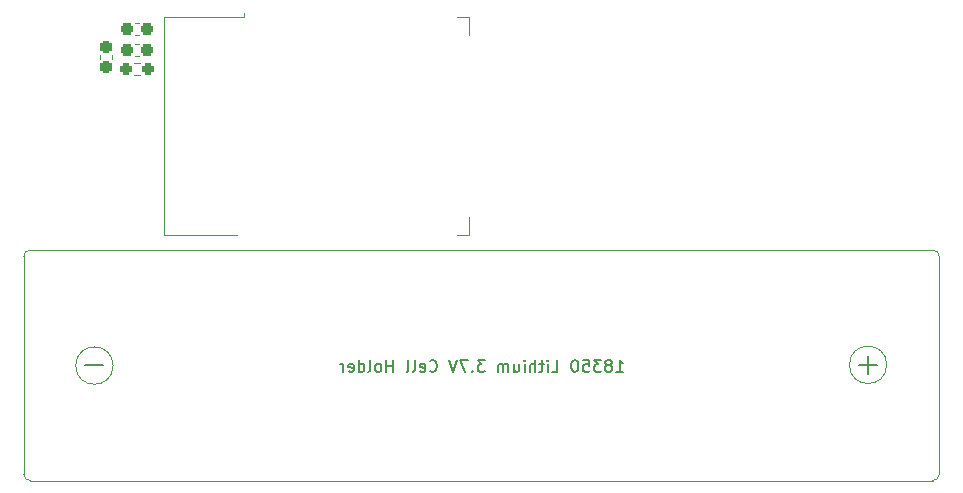
<source format=gbr>
%TF.GenerationSoftware,KiCad,Pcbnew,7.0.6-0*%
%TF.CreationDate,2024-04-21T20:48:41+02:00*%
%TF.ProjectId,3mode_controller,336d6f64-655f-4636-9f6e-74726f6c6c65,rev?*%
%TF.SameCoordinates,Original*%
%TF.FileFunction,Legend,Bot*%
%TF.FilePolarity,Positive*%
%FSLAX46Y46*%
G04 Gerber Fmt 4.6, Leading zero omitted, Abs format (unit mm)*
G04 Created by KiCad (PCBNEW 7.0.6-0) date 2024-04-21 20:48:41*
%MOMM*%
%LPD*%
G01*
G04 APERTURE LIST*
G04 Aperture macros list*
%AMRoundRect*
0 Rectangle with rounded corners*
0 $1 Rounding radius*
0 $2 $3 $4 $5 $6 $7 $8 $9 X,Y pos of 4 corners*
0 Add a 4 corners polygon primitive as box body*
4,1,4,$2,$3,$4,$5,$6,$7,$8,$9,$2,$3,0*
0 Add four circle primitives for the rounded corners*
1,1,$1+$1,$2,$3*
1,1,$1+$1,$4,$5*
1,1,$1+$1,$6,$7*
1,1,$1+$1,$8,$9*
0 Add four rect primitives between the rounded corners*
20,1,$1+$1,$2,$3,$4,$5,0*
20,1,$1+$1,$4,$5,$6,$7,0*
20,1,$1+$1,$6,$7,$8,$9,0*
20,1,$1+$1,$8,$9,$2,$3,0*%
G04 Aperture macros list end*
%ADD10C,0.150000*%
%ADD11C,0.120000*%
%ADD12C,5.500000*%
%ADD13O,2.200000X3.500000*%
%ADD14R,1.500000X2.500000*%
%ADD15O,1.500000X2.500000*%
%ADD16C,2.000000*%
%ADD17C,2.200000*%
%ADD18C,0.650000*%
%ADD19O,1.000000X2.100000*%
%ADD20O,1.000000X1.800000*%
%ADD21R,1.700000X1.700000*%
%ADD22O,1.700000X1.700000*%
%ADD23C,1.700000*%
%ADD24RoundRect,0.237500X0.300000X0.237500X-0.300000X0.237500X-0.300000X-0.237500X0.300000X-0.237500X0*%
%ADD25R,0.900000X1.500000*%
%ADD26R,1.500000X0.900000*%
%ADD27C,0.600000*%
%ADD28R,3.900000X3.900000*%
%ADD29R,1.500000X3.000000*%
%ADD30RoundRect,0.237500X0.250000X0.237500X-0.250000X0.237500X-0.250000X-0.237500X0.250000X-0.237500X0*%
%ADD31RoundRect,0.237500X0.237500X-0.300000X0.237500X0.300000X-0.237500X0.300000X-0.237500X-0.300000X0*%
G04 APERTURE END LIST*
D10*
X121743042Y-120503757D02*
X120219233Y-120503757D01*
X187243042Y-120472619D02*
X185719233Y-120472619D01*
X186481137Y-121234524D02*
X186481137Y-119710714D01*
X165180953Y-121053043D02*
X165752381Y-121053043D01*
X165466667Y-121053043D02*
X165466667Y-120053043D01*
X165466667Y-120053043D02*
X165561905Y-120195900D01*
X165561905Y-120195900D02*
X165657143Y-120291138D01*
X165657143Y-120291138D02*
X165752381Y-120338757D01*
X164609524Y-120481614D02*
X164704762Y-120433995D01*
X164704762Y-120433995D02*
X164752381Y-120386376D01*
X164752381Y-120386376D02*
X164800000Y-120291138D01*
X164800000Y-120291138D02*
X164800000Y-120243519D01*
X164800000Y-120243519D02*
X164752381Y-120148281D01*
X164752381Y-120148281D02*
X164704762Y-120100662D01*
X164704762Y-120100662D02*
X164609524Y-120053043D01*
X164609524Y-120053043D02*
X164419048Y-120053043D01*
X164419048Y-120053043D02*
X164323810Y-120100662D01*
X164323810Y-120100662D02*
X164276191Y-120148281D01*
X164276191Y-120148281D02*
X164228572Y-120243519D01*
X164228572Y-120243519D02*
X164228572Y-120291138D01*
X164228572Y-120291138D02*
X164276191Y-120386376D01*
X164276191Y-120386376D02*
X164323810Y-120433995D01*
X164323810Y-120433995D02*
X164419048Y-120481614D01*
X164419048Y-120481614D02*
X164609524Y-120481614D01*
X164609524Y-120481614D02*
X164704762Y-120529233D01*
X164704762Y-120529233D02*
X164752381Y-120576852D01*
X164752381Y-120576852D02*
X164800000Y-120672090D01*
X164800000Y-120672090D02*
X164800000Y-120862566D01*
X164800000Y-120862566D02*
X164752381Y-120957804D01*
X164752381Y-120957804D02*
X164704762Y-121005424D01*
X164704762Y-121005424D02*
X164609524Y-121053043D01*
X164609524Y-121053043D02*
X164419048Y-121053043D01*
X164419048Y-121053043D02*
X164323810Y-121005424D01*
X164323810Y-121005424D02*
X164276191Y-120957804D01*
X164276191Y-120957804D02*
X164228572Y-120862566D01*
X164228572Y-120862566D02*
X164228572Y-120672090D01*
X164228572Y-120672090D02*
X164276191Y-120576852D01*
X164276191Y-120576852D02*
X164323810Y-120529233D01*
X164323810Y-120529233D02*
X164419048Y-120481614D01*
X163895238Y-120053043D02*
X163276191Y-120053043D01*
X163276191Y-120053043D02*
X163609524Y-120433995D01*
X163609524Y-120433995D02*
X163466667Y-120433995D01*
X163466667Y-120433995D02*
X163371429Y-120481614D01*
X163371429Y-120481614D02*
X163323810Y-120529233D01*
X163323810Y-120529233D02*
X163276191Y-120624471D01*
X163276191Y-120624471D02*
X163276191Y-120862566D01*
X163276191Y-120862566D02*
X163323810Y-120957804D01*
X163323810Y-120957804D02*
X163371429Y-121005424D01*
X163371429Y-121005424D02*
X163466667Y-121053043D01*
X163466667Y-121053043D02*
X163752381Y-121053043D01*
X163752381Y-121053043D02*
X163847619Y-121005424D01*
X163847619Y-121005424D02*
X163895238Y-120957804D01*
X162371429Y-120053043D02*
X162847619Y-120053043D01*
X162847619Y-120053043D02*
X162895238Y-120529233D01*
X162895238Y-120529233D02*
X162847619Y-120481614D01*
X162847619Y-120481614D02*
X162752381Y-120433995D01*
X162752381Y-120433995D02*
X162514286Y-120433995D01*
X162514286Y-120433995D02*
X162419048Y-120481614D01*
X162419048Y-120481614D02*
X162371429Y-120529233D01*
X162371429Y-120529233D02*
X162323810Y-120624471D01*
X162323810Y-120624471D02*
X162323810Y-120862566D01*
X162323810Y-120862566D02*
X162371429Y-120957804D01*
X162371429Y-120957804D02*
X162419048Y-121005424D01*
X162419048Y-121005424D02*
X162514286Y-121053043D01*
X162514286Y-121053043D02*
X162752381Y-121053043D01*
X162752381Y-121053043D02*
X162847619Y-121005424D01*
X162847619Y-121005424D02*
X162895238Y-120957804D01*
X161704762Y-120053043D02*
X161609524Y-120053043D01*
X161609524Y-120053043D02*
X161514286Y-120100662D01*
X161514286Y-120100662D02*
X161466667Y-120148281D01*
X161466667Y-120148281D02*
X161419048Y-120243519D01*
X161419048Y-120243519D02*
X161371429Y-120433995D01*
X161371429Y-120433995D02*
X161371429Y-120672090D01*
X161371429Y-120672090D02*
X161419048Y-120862566D01*
X161419048Y-120862566D02*
X161466667Y-120957804D01*
X161466667Y-120957804D02*
X161514286Y-121005424D01*
X161514286Y-121005424D02*
X161609524Y-121053043D01*
X161609524Y-121053043D02*
X161704762Y-121053043D01*
X161704762Y-121053043D02*
X161800000Y-121005424D01*
X161800000Y-121005424D02*
X161847619Y-120957804D01*
X161847619Y-120957804D02*
X161895238Y-120862566D01*
X161895238Y-120862566D02*
X161942857Y-120672090D01*
X161942857Y-120672090D02*
X161942857Y-120433995D01*
X161942857Y-120433995D02*
X161895238Y-120243519D01*
X161895238Y-120243519D02*
X161847619Y-120148281D01*
X161847619Y-120148281D02*
X161800000Y-120100662D01*
X161800000Y-120100662D02*
X161704762Y-120053043D01*
X159704762Y-121053043D02*
X160180952Y-121053043D01*
X160180952Y-121053043D02*
X160180952Y-120053043D01*
X159371428Y-121053043D02*
X159371428Y-120386376D01*
X159371428Y-120053043D02*
X159419047Y-120100662D01*
X159419047Y-120100662D02*
X159371428Y-120148281D01*
X159371428Y-120148281D02*
X159323809Y-120100662D01*
X159323809Y-120100662D02*
X159371428Y-120053043D01*
X159371428Y-120053043D02*
X159371428Y-120148281D01*
X159038095Y-120386376D02*
X158657143Y-120386376D01*
X158895238Y-120053043D02*
X158895238Y-120910185D01*
X158895238Y-120910185D02*
X158847619Y-121005424D01*
X158847619Y-121005424D02*
X158752381Y-121053043D01*
X158752381Y-121053043D02*
X158657143Y-121053043D01*
X158323809Y-121053043D02*
X158323809Y-120053043D01*
X157895238Y-121053043D02*
X157895238Y-120529233D01*
X157895238Y-120529233D02*
X157942857Y-120433995D01*
X157942857Y-120433995D02*
X158038095Y-120386376D01*
X158038095Y-120386376D02*
X158180952Y-120386376D01*
X158180952Y-120386376D02*
X158276190Y-120433995D01*
X158276190Y-120433995D02*
X158323809Y-120481614D01*
X157419047Y-121053043D02*
X157419047Y-120386376D01*
X157419047Y-120053043D02*
X157466666Y-120100662D01*
X157466666Y-120100662D02*
X157419047Y-120148281D01*
X157419047Y-120148281D02*
X157371428Y-120100662D01*
X157371428Y-120100662D02*
X157419047Y-120053043D01*
X157419047Y-120053043D02*
X157419047Y-120148281D01*
X156514286Y-120386376D02*
X156514286Y-121053043D01*
X156942857Y-120386376D02*
X156942857Y-120910185D01*
X156942857Y-120910185D02*
X156895238Y-121005424D01*
X156895238Y-121005424D02*
X156800000Y-121053043D01*
X156800000Y-121053043D02*
X156657143Y-121053043D01*
X156657143Y-121053043D02*
X156561905Y-121005424D01*
X156561905Y-121005424D02*
X156514286Y-120957804D01*
X156038095Y-121053043D02*
X156038095Y-120386376D01*
X156038095Y-120481614D02*
X155990476Y-120433995D01*
X155990476Y-120433995D02*
X155895238Y-120386376D01*
X155895238Y-120386376D02*
X155752381Y-120386376D01*
X155752381Y-120386376D02*
X155657143Y-120433995D01*
X155657143Y-120433995D02*
X155609524Y-120529233D01*
X155609524Y-120529233D02*
X155609524Y-121053043D01*
X155609524Y-120529233D02*
X155561905Y-120433995D01*
X155561905Y-120433995D02*
X155466667Y-120386376D01*
X155466667Y-120386376D02*
X155323810Y-120386376D01*
X155323810Y-120386376D02*
X155228571Y-120433995D01*
X155228571Y-120433995D02*
X155180952Y-120529233D01*
X155180952Y-120529233D02*
X155180952Y-121053043D01*
X154038095Y-120053043D02*
X153419048Y-120053043D01*
X153419048Y-120053043D02*
X153752381Y-120433995D01*
X153752381Y-120433995D02*
X153609524Y-120433995D01*
X153609524Y-120433995D02*
X153514286Y-120481614D01*
X153514286Y-120481614D02*
X153466667Y-120529233D01*
X153466667Y-120529233D02*
X153419048Y-120624471D01*
X153419048Y-120624471D02*
X153419048Y-120862566D01*
X153419048Y-120862566D02*
X153466667Y-120957804D01*
X153466667Y-120957804D02*
X153514286Y-121005424D01*
X153514286Y-121005424D02*
X153609524Y-121053043D01*
X153609524Y-121053043D02*
X153895238Y-121053043D01*
X153895238Y-121053043D02*
X153990476Y-121005424D01*
X153990476Y-121005424D02*
X154038095Y-120957804D01*
X152990476Y-120957804D02*
X152942857Y-121005424D01*
X152942857Y-121005424D02*
X152990476Y-121053043D01*
X152990476Y-121053043D02*
X153038095Y-121005424D01*
X153038095Y-121005424D02*
X152990476Y-120957804D01*
X152990476Y-120957804D02*
X152990476Y-121053043D01*
X152609524Y-120053043D02*
X151942858Y-120053043D01*
X151942858Y-120053043D02*
X152371429Y-121053043D01*
X151704762Y-120053043D02*
X151371429Y-121053043D01*
X151371429Y-121053043D02*
X151038096Y-120053043D01*
X149371429Y-120957804D02*
X149419048Y-121005424D01*
X149419048Y-121005424D02*
X149561905Y-121053043D01*
X149561905Y-121053043D02*
X149657143Y-121053043D01*
X149657143Y-121053043D02*
X149800000Y-121005424D01*
X149800000Y-121005424D02*
X149895238Y-120910185D01*
X149895238Y-120910185D02*
X149942857Y-120814947D01*
X149942857Y-120814947D02*
X149990476Y-120624471D01*
X149990476Y-120624471D02*
X149990476Y-120481614D01*
X149990476Y-120481614D02*
X149942857Y-120291138D01*
X149942857Y-120291138D02*
X149895238Y-120195900D01*
X149895238Y-120195900D02*
X149800000Y-120100662D01*
X149800000Y-120100662D02*
X149657143Y-120053043D01*
X149657143Y-120053043D02*
X149561905Y-120053043D01*
X149561905Y-120053043D02*
X149419048Y-120100662D01*
X149419048Y-120100662D02*
X149371429Y-120148281D01*
X148561905Y-121005424D02*
X148657143Y-121053043D01*
X148657143Y-121053043D02*
X148847619Y-121053043D01*
X148847619Y-121053043D02*
X148942857Y-121005424D01*
X148942857Y-121005424D02*
X148990476Y-120910185D01*
X148990476Y-120910185D02*
X148990476Y-120529233D01*
X148990476Y-120529233D02*
X148942857Y-120433995D01*
X148942857Y-120433995D02*
X148847619Y-120386376D01*
X148847619Y-120386376D02*
X148657143Y-120386376D01*
X148657143Y-120386376D02*
X148561905Y-120433995D01*
X148561905Y-120433995D02*
X148514286Y-120529233D01*
X148514286Y-120529233D02*
X148514286Y-120624471D01*
X148514286Y-120624471D02*
X148990476Y-120719709D01*
X147942857Y-121053043D02*
X148038095Y-121005424D01*
X148038095Y-121005424D02*
X148085714Y-120910185D01*
X148085714Y-120910185D02*
X148085714Y-120053043D01*
X147419047Y-121053043D02*
X147514285Y-121005424D01*
X147514285Y-121005424D02*
X147561904Y-120910185D01*
X147561904Y-120910185D02*
X147561904Y-120053043D01*
X146276189Y-121053043D02*
X146276189Y-120053043D01*
X146276189Y-120529233D02*
X145704761Y-120529233D01*
X145704761Y-121053043D02*
X145704761Y-120053043D01*
X145085713Y-121053043D02*
X145180951Y-121005424D01*
X145180951Y-121005424D02*
X145228570Y-120957804D01*
X145228570Y-120957804D02*
X145276189Y-120862566D01*
X145276189Y-120862566D02*
X145276189Y-120576852D01*
X145276189Y-120576852D02*
X145228570Y-120481614D01*
X145228570Y-120481614D02*
X145180951Y-120433995D01*
X145180951Y-120433995D02*
X145085713Y-120386376D01*
X145085713Y-120386376D02*
X144942856Y-120386376D01*
X144942856Y-120386376D02*
X144847618Y-120433995D01*
X144847618Y-120433995D02*
X144799999Y-120481614D01*
X144799999Y-120481614D02*
X144752380Y-120576852D01*
X144752380Y-120576852D02*
X144752380Y-120862566D01*
X144752380Y-120862566D02*
X144799999Y-120957804D01*
X144799999Y-120957804D02*
X144847618Y-121005424D01*
X144847618Y-121005424D02*
X144942856Y-121053043D01*
X144942856Y-121053043D02*
X145085713Y-121053043D01*
X144180951Y-121053043D02*
X144276189Y-121005424D01*
X144276189Y-121005424D02*
X144323808Y-120910185D01*
X144323808Y-120910185D02*
X144323808Y-120053043D01*
X143371427Y-121053043D02*
X143371427Y-120053043D01*
X143371427Y-121005424D02*
X143466665Y-121053043D01*
X143466665Y-121053043D02*
X143657141Y-121053043D01*
X143657141Y-121053043D02*
X143752379Y-121005424D01*
X143752379Y-121005424D02*
X143799998Y-120957804D01*
X143799998Y-120957804D02*
X143847617Y-120862566D01*
X143847617Y-120862566D02*
X143847617Y-120576852D01*
X143847617Y-120576852D02*
X143799998Y-120481614D01*
X143799998Y-120481614D02*
X143752379Y-120433995D01*
X143752379Y-120433995D02*
X143657141Y-120386376D01*
X143657141Y-120386376D02*
X143466665Y-120386376D01*
X143466665Y-120386376D02*
X143371427Y-120433995D01*
X142514284Y-121005424D02*
X142609522Y-121053043D01*
X142609522Y-121053043D02*
X142799998Y-121053043D01*
X142799998Y-121053043D02*
X142895236Y-121005424D01*
X142895236Y-121005424D02*
X142942855Y-120910185D01*
X142942855Y-120910185D02*
X142942855Y-120529233D01*
X142942855Y-120529233D02*
X142895236Y-120433995D01*
X142895236Y-120433995D02*
X142799998Y-120386376D01*
X142799998Y-120386376D02*
X142609522Y-120386376D01*
X142609522Y-120386376D02*
X142514284Y-120433995D01*
X142514284Y-120433995D02*
X142466665Y-120529233D01*
X142466665Y-120529233D02*
X142466665Y-120624471D01*
X142466665Y-120624471D02*
X142942855Y-120719709D01*
X142038093Y-121053043D02*
X142038093Y-120386376D01*
X142038093Y-120576852D02*
X141990474Y-120481614D01*
X141990474Y-120481614D02*
X141942855Y-120433995D01*
X141942855Y-120433995D02*
X141847617Y-120386376D01*
X141847617Y-120386376D02*
X141752379Y-120386376D01*
D11*
%TO.C,C3*%
X124746267Y-94302000D02*
X124453733Y-94302000D01*
X124746267Y-93282000D02*
X124453733Y-93282000D01*
%TO.C,U2*%
X152710000Y-91050000D02*
X152710000Y-92550000D01*
X151710000Y-91050000D02*
X152710000Y-91050000D01*
X133660000Y-91050000D02*
X133660000Y-90650000D01*
X133660000Y-91050000D02*
X126860000Y-91050000D01*
X126860000Y-91050000D02*
X126860000Y-109450000D01*
X152710000Y-109450000D02*
X152710000Y-107950000D01*
X152710000Y-109450000D02*
X151710000Y-109450000D01*
X126860000Y-109450000D02*
X133060000Y-109450000D01*
%TO.C,U3*%
X192511091Y-111287133D02*
X192514644Y-129712868D01*
X191964644Y-130262868D02*
X115538909Y-130259315D01*
X191961091Y-110737133D02*
X115538909Y-110737133D01*
X115000000Y-120498224D02*
X114988909Y-111287133D01*
X114988909Y-129709315D02*
X115000000Y-120498224D01*
X191964644Y-130262868D02*
G75*
G03*
X192514644Y-129712868I1J549999D01*
G01*
X192511091Y-111287133D02*
G75*
G03*
X191961091Y-110737133I-549999J1D01*
G01*
X114988909Y-129709315D02*
G75*
G03*
X115538909Y-130259315I549991J-9D01*
G01*
X115538909Y-110737133D02*
G75*
G03*
X114988909Y-111287133I-9J-549991D01*
G01*
X188062277Y-120467086D02*
G75*
G03*
X188062277Y-120467086I-1581139J0D01*
G01*
X122562277Y-120530208D02*
G75*
G03*
X122562277Y-120530208I-1581139J0D01*
G01*
%TO.C,C5*%
X124746267Y-92510000D02*
X124453733Y-92510000D01*
X124746267Y-91490000D02*
X124453733Y-91490000D01*
%TO.C,R1*%
X124854724Y-95914500D02*
X124345276Y-95914500D01*
X124854724Y-94869500D02*
X124345276Y-94869500D01*
%TO.C,C1*%
X121490000Y-94546267D02*
X121490000Y-94253733D01*
X122510000Y-94546267D02*
X122510000Y-94253733D01*
%TD*%
%LPC*%
D12*
%TO.C,H3*%
X103500000Y-136000000D03*
%TD*%
D13*
%TO.C,SW4*%
X165900000Y-137500000D03*
X174100000Y-137500000D03*
D14*
X168000000Y-137500000D03*
D15*
X170000000Y-137500000D03*
X172000000Y-137500000D03*
%TD*%
D16*
%TO.C,U7*%
X109500000Y-107575000D03*
X119500000Y-107575000D03*
X114500000Y-105550000D03*
X114500000Y-96950000D03*
X109500000Y-94925000D03*
X119500000Y-94925000D03*
X117000000Y-92520000D03*
X114500000Y-92520000D03*
X112000000Y-92520000D03*
X105770000Y-98750000D03*
X105770000Y-101250000D03*
X105770000Y-103750000D03*
D17*
X120250000Y-104500000D03*
X124750000Y-104500000D03*
X120250000Y-98000000D03*
X124750000Y-98000000D03*
%TD*%
D16*
%TO.C,SW3*%
X195250000Y-118750000D03*
X195250000Y-112250000D03*
X199750000Y-118750000D03*
X199750000Y-112250000D03*
%TD*%
D12*
%TO.C,H2*%
X205500000Y-94000000D03*
%TD*%
D16*
%TO.C,U8*%
X189500000Y-107575000D03*
X199500000Y-107575000D03*
X194500000Y-105550000D03*
X194500000Y-96950000D03*
X189500000Y-94925000D03*
X199500000Y-94925000D03*
X197000000Y-92520000D03*
X194500000Y-92520000D03*
X192000000Y-92520000D03*
X185770000Y-98750000D03*
X185770000Y-101250000D03*
X185770000Y-103750000D03*
D17*
X200250000Y-104500000D03*
X204750000Y-104500000D03*
X200250000Y-98000000D03*
X204750000Y-98000000D03*
%TD*%
D12*
%TO.C,H1*%
X103500000Y-94000000D03*
%TD*%
D18*
%TO.C,J2*%
X151610000Y-133685000D03*
X157390000Y-133685000D03*
D19*
X150180000Y-133185000D03*
D20*
X150180000Y-137365000D03*
D19*
X158820000Y-133185000D03*
D20*
X158820000Y-137365000D03*
%TD*%
D12*
%TO.C,H4*%
X205500000Y-136000000D03*
%TD*%
D21*
%TO.C,J1*%
X160460000Y-93000000D03*
D22*
X163000000Y-93000000D03*
X165540000Y-93000000D03*
X168080000Y-93000000D03*
%TD*%
D21*
%TO.C,U6*%
X134880000Y-135400000D03*
D23*
X134880000Y-132860000D03*
X137420000Y-135400000D03*
X137420000Y-132860000D03*
X139960000Y-135400000D03*
X139960000Y-132860000D03*
X142500000Y-135400000D03*
X142500000Y-132860000D03*
%TD*%
D24*
%TO.C,C3*%
X125462500Y-93792000D03*
X123737500Y-93792000D03*
%TD*%
D25*
%TO.C,U2*%
X134500000Y-91500000D03*
X135770000Y-91500000D03*
X137040000Y-91500000D03*
X138310000Y-91500000D03*
X139580000Y-91500000D03*
X140850000Y-91500000D03*
X142120000Y-91500000D03*
X143390000Y-91500000D03*
X144660000Y-91500000D03*
X145930000Y-91500000D03*
X147200000Y-91500000D03*
X148470000Y-91500000D03*
X149740000Y-91500000D03*
X151010000Y-91500000D03*
D26*
X152260000Y-93265000D03*
X152260000Y-94535000D03*
X152260000Y-95805000D03*
X152260000Y-97075000D03*
X152260000Y-98345000D03*
X152260000Y-99615000D03*
X152260000Y-100885000D03*
X152260000Y-102155000D03*
X152260000Y-103425000D03*
X152260000Y-104695000D03*
X152260000Y-105965000D03*
X152260000Y-107235000D03*
D25*
X151010000Y-109000000D03*
X149740000Y-109000000D03*
X148470000Y-109000000D03*
X147200000Y-109000000D03*
X145930000Y-109000000D03*
X144660000Y-109000000D03*
X143390000Y-109000000D03*
X142120000Y-109000000D03*
X140850000Y-109000000D03*
X139580000Y-109000000D03*
X138310000Y-109000000D03*
X137040000Y-109000000D03*
X135770000Y-109000000D03*
X134500000Y-109000000D03*
D27*
X142920000Y-97350000D03*
X141520000Y-97350000D03*
X143620000Y-98050000D03*
X142220000Y-98050000D03*
X140820000Y-98050000D03*
X142920000Y-98750000D03*
D28*
X142220000Y-98750000D03*
D27*
X141520000Y-98750000D03*
X143620000Y-99450000D03*
X142220000Y-99450000D03*
X140820000Y-99450000D03*
X142920000Y-100150000D03*
X141520000Y-100150000D03*
%TD*%
D29*
%TO.C,U3*%
X190000000Y-120498224D03*
X117500000Y-120498224D03*
%TD*%
D24*
%TO.C,C5*%
X125462500Y-92000000D03*
X123737500Y-92000000D03*
%TD*%
D30*
%TO.C,R1*%
X125512500Y-95392000D03*
X123687500Y-95392000D03*
%TD*%
D31*
%TO.C,C1*%
X122000000Y-95262500D03*
X122000000Y-93537500D03*
%TD*%
%LPD*%
M02*

</source>
